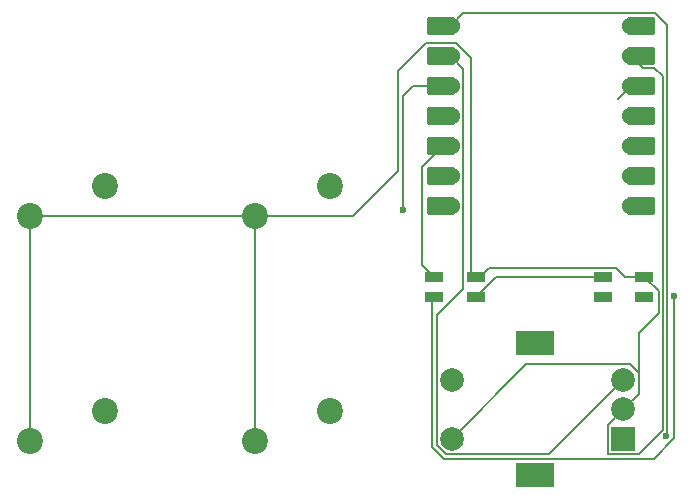
<source format=gbr>
%TF.GenerationSoftware,KiCad,Pcbnew,9.0.6*%
%TF.CreationDate,2025-12-15T09:48:03-08:00*%
%TF.ProjectId,AmeliasHackpad,416d656c-6961-4734-9861-636b7061642e,rev?*%
%TF.SameCoordinates,Original*%
%TF.FileFunction,Copper,L1,Top*%
%TF.FilePolarity,Positive*%
%FSLAX46Y46*%
G04 Gerber Fmt 4.6, Leading zero omitted, Abs format (unit mm)*
G04 Created by KiCad (PCBNEW 9.0.6) date 2025-12-15 09:48:03*
%MOMM*%
%LPD*%
G01*
G04 APERTURE LIST*
G04 Aperture macros list*
%AMRoundRect*
0 Rectangle with rounded corners*
0 $1 Rounding radius*
0 $2 $3 $4 $5 $6 $7 $8 $9 X,Y pos of 4 corners*
0 Add a 4 corners polygon primitive as box body*
4,1,4,$2,$3,$4,$5,$6,$7,$8,$9,$2,$3,0*
0 Add four circle primitives for the rounded corners*
1,1,$1+$1,$2,$3*
1,1,$1+$1,$4,$5*
1,1,$1+$1,$6,$7*
1,1,$1+$1,$8,$9*
0 Add four rect primitives between the rounded corners*
20,1,$1+$1,$2,$3,$4,$5,0*
20,1,$1+$1,$4,$5,$6,$7,0*
20,1,$1+$1,$6,$7,$8,$9,0*
20,1,$1+$1,$8,$9,$2,$3,0*%
G04 Aperture macros list end*
%TA.AperFunction,ComponentPad*%
%ADD10C,2.200000*%
%TD*%
%TA.AperFunction,SMDPad,CuDef*%
%ADD11R,1.600000X0.850000*%
%TD*%
%TA.AperFunction,ComponentPad*%
%ADD12R,2.000000X2.000000*%
%TD*%
%TA.AperFunction,ComponentPad*%
%ADD13C,2.000000*%
%TD*%
%TA.AperFunction,ComponentPad*%
%ADD14R,3.200000X2.000000*%
%TD*%
%TA.AperFunction,SMDPad,CuDef*%
%ADD15RoundRect,0.152400X1.063600X0.609600X-1.063600X0.609600X-1.063600X-0.609600X1.063600X-0.609600X0*%
%TD*%
%TA.AperFunction,ComponentPad*%
%ADD16C,1.524000*%
%TD*%
%TA.AperFunction,SMDPad,CuDef*%
%ADD17RoundRect,0.152400X-1.063600X-0.609600X1.063600X-0.609600X1.063600X0.609600X-1.063600X0.609600X0*%
%TD*%
%TA.AperFunction,ViaPad*%
%ADD18C,0.600000*%
%TD*%
%TA.AperFunction,Conductor*%
%ADD19C,0.200000*%
%TD*%
G04 APERTURE END LIST*
D10*
%TO.P,SW3,1,1*%
%TO.N,GND*%
X160072500Y-85188750D03*
%TO.P,SW3,2,2*%
%TO.N,Net-(U1-GPIO4{slash}MISO)*%
X166422500Y-82648750D03*
%TD*%
%TO.P,SW1,1,1*%
%TO.N,GND*%
X160080000Y-104238750D03*
%TO.P,SW1,2,2*%
%TO.N,Net-(U1-GPIO1{slash}RX)*%
X166430000Y-101698750D03*
%TD*%
D11*
%TO.P,D1,1,DOUT*%
%TO.N,Net-(D1-DOUT)*%
X178800000Y-92065000D03*
%TO.P,D1,2,VSS*%
%TO.N,GND*%
X178800000Y-90315000D03*
%TO.P,D1,3,DIN*%
%TO.N,Net-(D1-DIN)*%
X175300000Y-90315000D03*
%TO.P,D1,4,VDD*%
%TO.N,5V*%
X175300000Y-92065000D03*
%TD*%
D10*
%TO.P,SW2,1,1*%
%TO.N,GND*%
X141022500Y-104238750D03*
%TO.P,SW2,2,2*%
%TO.N,Net-(U1-GPIO2{slash}SCK)*%
X147372500Y-101698750D03*
%TD*%
D12*
%TO.P,SW5,A,A*%
%TO.N,Net-(U1-GPIO26{slash}ADC0{slash}A0)*%
X191293750Y-104040000D03*
D13*
%TO.P,SW5,B,B*%
%TO.N,Net-(U1-GPIO27{slash}ADC1{slash}A1)*%
X191293750Y-99040000D03*
%TO.P,SW5,C,C*%
%TO.N,GND*%
X191293750Y-101540000D03*
D14*
%TO.P,SW5,MP*%
%TO.N,N/C*%
X183793750Y-107140000D03*
X183793750Y-95940000D03*
D13*
%TO.P,SW5,S1,S1*%
%TO.N,Net-(U1-GPIO28{slash}ADC2{slash}A2)*%
X176793750Y-99040000D03*
%TO.P,SW5,S2,S2*%
%TO.N,GND*%
X176793750Y-104040000D03*
%TD*%
D11*
%TO.P,D2,1,DOUT*%
%TO.N,unconnected-(D2-DOUT-Pad1)*%
X193087500Y-92065000D03*
%TO.P,D2,2,VSS*%
%TO.N,GND*%
X193087500Y-90315000D03*
%TO.P,D2,3,DIN*%
%TO.N,Net-(D1-DOUT)*%
X189587500Y-90315000D03*
%TO.P,D2,4,VDD*%
%TO.N,5V*%
X189587500Y-92065000D03*
%TD*%
D15*
%TO.P,U1,1,GPIO26/ADC0/A0*%
%TO.N,Net-(U1-GPIO26{slash}ADC0{slash}A0)*%
X175845000Y-69088500D03*
D16*
X176680000Y-69088500D03*
D15*
%TO.P,U1,2,GPIO27/ADC1/A1*%
%TO.N,Net-(U1-GPIO27{slash}ADC1{slash}A1)*%
X175845000Y-71628500D03*
D16*
X176680000Y-71628500D03*
D15*
%TO.P,U1,3,GPIO28/ADC2/A2*%
%TO.N,Net-(U1-GPIO28{slash}ADC2{slash}A2)*%
X175845000Y-74168500D03*
D16*
X176680000Y-74168500D03*
D15*
%TO.P,U1,4,GPIO29/ADC3/A3*%
%TO.N,unconnected-(U1-GPIO29{slash}ADC3{slash}A3-Pad4)*%
X175845000Y-76708500D03*
D16*
X176680000Y-76708500D03*
D15*
%TO.P,U1,5,GPIO6/SDA*%
%TO.N,Net-(D1-DIN)*%
X175845000Y-79248500D03*
D16*
X176680000Y-79248500D03*
D15*
%TO.P,U1,6,GPIO7/SCL*%
%TO.N,unconnected-(U1-GPIO7{slash}SCL-Pad6)*%
X175845000Y-81788500D03*
D16*
X176680000Y-81788500D03*
D15*
%TO.P,U1,7,GPIO0/TX*%
%TO.N,unconnected-(U1-GPIO0{slash}TX-Pad7)*%
X175845000Y-84328500D03*
D16*
X176680000Y-84328500D03*
%TO.P,U1,8,GPIO1/RX*%
%TO.N,Net-(U1-GPIO1{slash}RX)*%
X191920000Y-84328500D03*
D17*
X192755000Y-84328500D03*
D16*
%TO.P,U1,9,GPIO2/SCK*%
%TO.N,Net-(U1-GPIO2{slash}SCK)*%
X191920000Y-81788500D03*
D17*
X192755000Y-81788500D03*
D16*
%TO.P,U1,10,GPIO4/MISO*%
%TO.N,Net-(U1-GPIO4{slash}MISO)*%
X191920000Y-79248500D03*
D17*
X192755000Y-79248500D03*
D16*
%TO.P,U1,11,GPIO3/MOSI*%
%TO.N,Net-(U1-GPIO3{slash}MOSI)*%
X191920000Y-76708500D03*
D17*
X192755000Y-76708500D03*
D16*
%TO.P,U1,12,3V3*%
%TO.N,unconnected-(U1-3V3-Pad12)*%
X191920000Y-74168500D03*
D17*
X192755000Y-74168500D03*
D16*
%TO.P,U1,13,GND*%
%TO.N,GND*%
X191920000Y-71628500D03*
D17*
X192755000Y-71628500D03*
D16*
%TO.P,U1,14,VBUS*%
%TO.N,+5V*%
X191920000Y-69088500D03*
D17*
X192755000Y-69088500D03*
%TD*%
D10*
%TO.P,SW4,1,1*%
%TO.N,GND*%
X141022500Y-85188750D03*
%TO.P,SW4,2,2*%
%TO.N,Net-(U1-GPIO3{slash}MOSI)*%
X147372500Y-82648750D03*
%TD*%
D18*
%TO.N,Net-(U1-GPIO26{slash}ADC0{slash}A0)*%
X194947140Y-103837140D03*
%TO.N,Net-(U1-GPIO28{slash}ADC2{slash}A2)*%
X172620000Y-84649750D03*
%TO.N,5V*%
X189587500Y-92065000D03*
X195624000Y-91920000D03*
%TD*%
D19*
%TO.N,Net-(D1-DOUT)*%
X180550000Y-90315000D02*
X178800000Y-92065000D01*
X189587500Y-90315000D02*
X180550000Y-90315000D01*
%TO.N,GND*%
X192594750Y-100239000D02*
X191293750Y-101540000D01*
X160072500Y-85188750D02*
X160072500Y-85362500D01*
X179927000Y-89589000D02*
X179201000Y-90315000D01*
X190688500Y-89589000D02*
X191414500Y-90315000D01*
X172219000Y-81393500D02*
X172219000Y-72935874D01*
X160072500Y-85188750D02*
X168423750Y-85188750D01*
X189992750Y-105341000D02*
X192594750Y-105341000D01*
X192594750Y-98501108D02*
X192594750Y-100239000D01*
X141022500Y-85188750D02*
X160072500Y-85188750D01*
X192594750Y-95072250D02*
X194300000Y-93367000D01*
X189992750Y-102841000D02*
X189992750Y-105341000D01*
X191293750Y-101540000D02*
X189992750Y-102841000D01*
X176793750Y-104040000D02*
X183094750Y-97739000D01*
X192939000Y-72647500D02*
X191920000Y-71628500D01*
X174589374Y-70565500D02*
X177120310Y-70565500D01*
X193921000Y-72647500D02*
X192939000Y-72647500D01*
X192594750Y-105341000D02*
X194623000Y-103312750D01*
X172219000Y-72935874D02*
X174589374Y-70565500D01*
X191832642Y-97739000D02*
X192594750Y-98501108D01*
X160072500Y-85362500D02*
X160080000Y-85370000D01*
X168423750Y-85188750D02*
X172219000Y-81393500D01*
X177120310Y-70565500D02*
X178399000Y-71844190D01*
X194300000Y-91527500D02*
X193087500Y-90315000D01*
X192594750Y-95072250D02*
X192594750Y-100239000D01*
X141022500Y-104238750D02*
X141022500Y-85188750D01*
X194623000Y-103312750D02*
X194623000Y-73349500D01*
X191414500Y-90315000D02*
X193087500Y-90315000D01*
X190688500Y-89589000D02*
X179927000Y-89589000D01*
X183094750Y-97739000D02*
X191832642Y-97739000D01*
X160080000Y-85370000D02*
X160080000Y-104238750D01*
X178399000Y-71844190D02*
X178399000Y-90315000D01*
X192594750Y-95072250D02*
X192594750Y-99578892D01*
X194623000Y-73349500D02*
X193921000Y-72647500D01*
X194300000Y-93367000D02*
X194300000Y-91527500D01*
%TO.N,Net-(D1-DIN)*%
X175300000Y-90315000D02*
X174278000Y-89293000D01*
X174278000Y-89293000D02*
X174278000Y-81032000D01*
X176061500Y-79248500D02*
X176680000Y-79248500D01*
X174278000Y-81032000D02*
X176061500Y-79248500D01*
%TO.N,Net-(U1-GPIO26{slash}ADC0{slash}A0)*%
X195024000Y-69038874D02*
X195024000Y-103760280D01*
X176680000Y-69088500D02*
X177743000Y-68025500D01*
X195024000Y-103760280D02*
X194947140Y-103837140D01*
X177743000Y-68025500D02*
X194010626Y-68025500D01*
X194010626Y-68025500D02*
X195024000Y-69038874D01*
%TO.N,Net-(U1-GPIO28{slash}ADC2{slash}A2)*%
X173501500Y-74168500D02*
X176680000Y-74168500D01*
X172620000Y-75050000D02*
X173501500Y-74168500D01*
X172620000Y-84649750D02*
X172620000Y-75050000D01*
%TO.N,5V*%
X175300000Y-92065000D02*
X175091750Y-92273250D01*
X176088758Y-105742000D02*
X193892223Y-105742000D01*
X195624000Y-104010223D02*
X195624000Y-91920000D01*
X193892223Y-105742000D02*
X195624000Y-104010223D01*
X175091750Y-104744992D02*
X176088758Y-105742000D01*
X175091750Y-92273250D02*
X175091750Y-104744992D01*
%TO.N,Net-(U1-GPIO27{slash}ADC1{slash}A1)*%
X176680000Y-71628500D02*
X177760000Y-72708500D01*
X177699000Y-89589000D02*
X177699000Y-91339000D01*
X184992750Y-105341000D02*
X191293750Y-99040000D01*
X177760000Y-89528000D02*
X177699000Y-89589000D01*
X176254858Y-105341000D02*
X184992750Y-105341000D01*
X177699000Y-91339000D02*
X175492750Y-93545250D01*
X177760000Y-72708500D02*
X177760000Y-89528000D01*
X175492750Y-104578892D02*
X176254858Y-105341000D01*
X175492750Y-93545250D02*
X175492750Y-104578892D01*
%TO.N,unconnected-(U1-3V3-Pad12)*%
X190807000Y-75281500D02*
X191920000Y-74168500D01*
%TD*%
M02*

</source>
